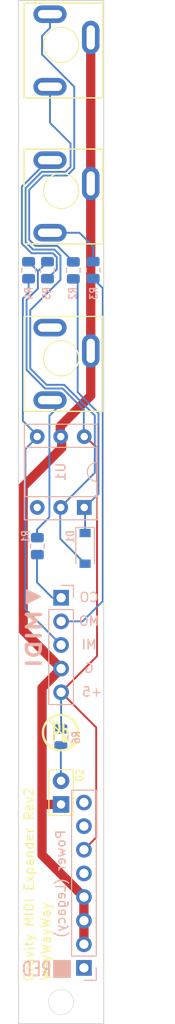
<source format=kicad_pcb>
(kicad_pcb (version 20221018) (generator pcbnew)
  (layers (0 "F.Cu" signal) (31 "B.Cu" signal) (34 "B.Paste" user) (35 "F.Paste" user) (36 "B.SilkS" user "B.Silkscreen") (37 "F.SilkS" user "F.Silkscreen") (38 "B.Mask" user) (39 "F.Mask" user) (44 "Edge.Cuts" user))
  (net 0 "")
  (net 1 "Net-(D1-K)")
  (net 2 "Net-(D1-A)")
  (net 3 "GND")
  (net 4 "Net-(D2-A)")
  (net 5 "Net-(J1-PadR)")
  (net 6 "24ppqn OUT")
  (net 7 "Serial Out")
  (net 8 "Serial In")
  (net 9 "+5V")
  (net 10 "Net-(J1-PadT)")
  (net 11 "Net-(J2-PadR)")
  (net 13 "Net-(J3-PadT)")
  (footprint "gtoe:FlatTopLed" (layer "F.Cu") (at 64.595 124.155 90)
    (fp_text reference "D2" (at 1.869 2.009 90) (layer "F.SilkS") (effects (font (size 0.8 0.7) (thickness 0.15) bold)))
    (fp_text value "LED" hide)
    (fp_line (start -2.46 -1.31) (end -2.46 1.31) (stroke (width 0.12)) (layer "F.SilkS"))
    (fp_line (start -2.46 -1.31) (end 2.46 -1.31) (stroke (width 0.12)) (layer "F.SilkS"))
    (fp_line (start -2.46 1.31) (end 2.46 1.31) (stroke (width 0.12)) (layer "F.SilkS"))
    (fp_line (start -2.34 -1.31) (end -2.34 -1.08) (stroke (width 0.12)) (layer "F.SilkS"))
    (fp_line (start -2.34 1.08) (end -2.34 1.31) (stroke (width 0.12)) (layer "F.SilkS"))
    (fp_line (start -2.22 -1.31) (end -2.22 -1.08) (stroke (width 0.12)) (layer "F.SilkS"))
    (fp_line (start -2.22 1.08) (end -2.22 1.31) (stroke (width 0.12)) (layer "F.SilkS"))
    (fp_line (start 2.46 -1.31) (end 2.46 1.31) (stroke (width 0.12)) (layer "F.SilkS"))
    (pad "1" thru_hole rect (at -1.27 0 90) (size 1.8 1.8) (drill 0.9) (layers "*.Cu" "*.Mask") (net 3 "GND"))
    (pad "2" thru_hole circle (at 1.27 0 90) (size 1.8 1.8) (drill 0.9) (layers "*.Cu" "*.Mask") (net 4 "Net-(D2-A)"))
  )
  (footprint "SitkaLib:PJ301CM" (layer "F.Cu") (at 64.6 43.75)
    (fp_text reference "J2" hide)
    (fp_text value "MIDI IN")
    (fp_line (start -4 -4.5) (end -4 5.7) (stroke (width 0.15)) (layer "F.SilkS"))
    (fp_line (start -4 -4.5) (end 4.5 -4.5) (stroke (width 0.15)) (layer "F.SilkS"))
    (fp_line (start -4 5.7) (end 4.5 5.7) (stroke (width 0.15)) (layer "F.SilkS"))
    (fp_line (start 4.5 -4.5) (end 4.5 5.7) (stroke (width 0.15)) (layer "F.SilkS"))
    (fp_circle (center 0 0) (end 1.9 0) (stroke (width 0.12)) (fill none) (layer "F.SilkS"))
    (pad "R" thru_hole oval (at -1.2 -3.3) (size 3.6 1.9) (drill oval 2.6 0.9) (layers "*.Cu" "*.Mask") (net 11 "Net-(J2-PadR)"))
    (pad "S" thru_hole oval (at 3.2 -0.8) (size 1.9 3.6) (drill oval 0.9 2.6) (layers "*.Cu" "*.Mask") (net 3 "GND"))
    (pad "T" thru_hole oval (at -1.2 4.5) (size 3.6 1.9) (drill oval 2.6 0.9) (layers "*.Cu" "*.Mask") (net 2 "Net-(D1-A)"))
  )
  (footprint "SitkaLib:PJ301CM" (layer "F.Cu") (at 64.6 77.45)
    (fp_text reference "J3" hide)
    (fp_text value "PPQN Out")
    (fp_line (start -4 -4.5) (end -4 5.7) (stroke (width 0.15)) (layer "F.SilkS"))
    (fp_line (start -4 -4.5) (end 4.5 -4.5) (stroke (width 0.15)) (layer "F.SilkS"))
    (fp_line (start -4 5.7) (end 4.5 5.7) (stroke (width 0.15)) (layer "F.SilkS"))
    (fp_line (start 4.5 -4.5) (end 4.5 5.7) (stroke (width 0.15)) (layer "F.SilkS"))
    (fp_circle (center 0 0) (end 1.9 0) (stroke (width 0.12)) (fill none) (layer "F.SilkS"))
    (pad "R" thru_hole oval (at -1.2 -3.3) (size 3.6 1.9) (drill oval 2.6 0.9) (layers "*.Cu" "*.Mask"))
    (pad "S" thru_hole oval (at 3.2 -0.8) (size 1.9 3.6) (drill oval 0.9 2.6) (layers "*.Cu" "*.Mask") (net 3 "GND"))
    (pad "T" thru_hole oval (at -1.2 4.5) (size 3.6 1.9) (drill oval 2.6 0.9) (layers "*.Cu" "*.Mask") (net 13 "Net-(J3-PadT)"))
  )
  (footprint "SitkaLib:PJ301CM" (layer "F.Cu") (at 64.6 59.45)
    (fp_text reference "J1" hide)
    (fp_text value "MIDI Out")
    (fp_line (start -4 -4.5) (end -4 5.7) (stroke (width 0.15)) (layer "F.SilkS"))
    (fp_line (start -4 -4.5) (end 4.5 -4.5) (stroke (width 0.15)) (layer "F.SilkS"))
    (fp_line (start -4 5.7) (end 4.5 5.7) (stroke (width 0.15)) (layer "F.SilkS"))
    (fp_line (start 4.5 -4.5) (end 4.5 5.7) (stroke (width 0.15)) (layer "F.SilkS"))
    (fp_circle (center 0 0) (end 1.9 0) (stroke (width 0.12)) (fill none) (layer "F.SilkS"))
    (pad "R" thru_hole oval (at -1.2 -3.3) (size 3.6 1.9) (drill oval 2.6 0.9) (layers "*.Cu" "*.Mask") (net 5 "Net-(J1-PadR)"))
    (pad "S" thru_hole oval (at 3.2 -0.8) (size 1.9 3.6) (drill oval 0.9 2.6) (layers "*.Cu" "*.Mask") (net 3 "GND"))
    (pad "T" thru_hole oval (at -1.2 4.5) (size 3.6 1.9) (drill oval 2.6 0.9) (layers "*.Cu" "*.Mask") (net 10 "Net-(J1-PadT)"))
  )
  (footprint "Resistor_SMD:R_0805_2012Metric" (layer "B.Cu") (at 65.92 67.9975 -90)
    (fp_text reference "R2" (at 2.4725 0.078 90) (layer "B.SilkS") (effects (font (size 0.8 0.7)) (justify mirror)))
    (fp_text value "R220" hide)
    (fp_line (start -0.227064 -0.735) (end 0.227064 -0.735) (stroke (width 0.12)) (layer "B.SilkS"))
    (fp_line (start -0.227064 0.735) (end 0.227064 0.735) (stroke (width 0.12)) (layer "B.SilkS"))
    (pad "1" smd roundrect (at -0.9125 0 270) (size 1.025 1.4) (layers "B.Cu" "B.Paste" "B.Mask") (roundrect_rratio 0.243902439) (net 11 "Net-(J2-PadR)"))
    (pad "2" smd roundrect (at 0.9125 0 270) (size 1.025 1.4) (layers "B.Cu" "B.Paste" "B.Mask") (roundrect_rratio 0.243902439) (net 1 "Net-(D1-K)"))
  )
  (footprint "Package_DIP:DIP-6_W7.62mm_Socket" (layer "B.Cu") (at 67.1 93.49 90)
    (fp_text reference "U1" (at 3.81 -2.528 90) (layer "B.SilkS") (effects (justify mirror)))
    (fp_text value "H11L1" hide)
    (fp_line (start -1.33 -6.47) (end 8.95 -6.47) (stroke (width 0.12)) (layer "B.SilkS"))
    (fp_line (start -1.33 1.39) (end -1.33 -6.47) (stroke (width 0.12)) (layer "B.SilkS"))
    (fp_line (start 1.16 -6.41) (end 6.46 -6.41) (stroke (width 0.12)) (layer "B.SilkS"))
    (fp_line (start 1.16 1.33) (end 1.16 -6.41) (stroke (width 0.12)) (layer "B.SilkS"))
    (fp_line (start 2.81 1.33) (end 1.16 1.33) (stroke (width 0.12)) (layer "B.SilkS"))
    (fp_line (start 6.46 -6.41) (end 6.46 1.33) (stroke (width 0.12)) (layer "B.SilkS"))
    (fp_line (start 6.46 1.33) (end 4.81 1.33) (stroke (width 0.12)) (layer "B.SilkS"))
    (fp_line (start 8.95 -6.47) (end 8.95 1.39) (stroke (width 0.12)) (layer "B.SilkS"))
    (fp_line (start 8.95 1.39) (end -1.33 1.39) (stroke (width 0.12)) (layer "B.SilkS"))
    (fp_arc (start 2.81 1.33) (mid 3.81 0.33) (end 4.81 1.33) (stroke (width 0.12)) (layer "B.SilkS"))
    (pad "1" thru_hole rect (at 0 0 90) (size 1.6 1.6) (drill 0.8) (layers "*.Cu" "*.Mask") (net 1 "Net-(D1-K)"))
    (pad "2" thru_hole oval (at 0 -2.54 90) (size 1.6 1.6) (drill 0.8) (layers "*.Cu" "*.Mask") (net 2 "Net-(D1-A)"))
    (pad "3" thru_hole oval (at 0 -5.08 90) (size 1.6 1.6) (drill 0.8) (layers "*.Cu" "*.Mask"))
    (pad "4" thru_hole oval (at 7.62 -5.08 90) (size 1.6 1.6) (drill 0.8) (layers "*.Cu" "*.Mask") (net 8 "Serial In"))
    (pad "5" thru_hole oval (at 7.62 -2.54 90) (size 1.6 1.6) (drill 0.8) (layers "*.Cu" "*.Mask") (net 3 "GND"))
    (pad "6" thru_hole oval (at 7.62 0 90) (size 1.6 1.6) (drill 0.8) (layers "*.Cu" "*.Mask") (net 9 "+5V"))
  )
  (footprint "Resistor_SMD:R_0805_2012Metric" (layer "B.Cu") (at 68.06 67.9675 -90)
    (fp_text reference "R3" (at 2.5025 -0.068 90) (layer "B.SilkS") (effects (font (size 0.8 0.7)) (justify mirror)))
    (fp_text value "R220" hide)
    (fp_line (start -0.227064 -0.735) (end 0.227064 -0.735) (stroke (width 0.12)) (layer "B.SilkS"))
    (fp_line (start -0.227064 0.735) (end 0.227064 0.735) (stroke (width 0.12)) (layer "B.SilkS"))
    (pad "1" smd roundrect (at -0.9125 0 270) (size 1.025 1.4) (layers "B.Cu" "B.Paste" "B.Mask") (roundrect_rratio 0.243902439) (net 10 "Net-(J1-PadT)"))
    (pad "2" smd roundrect (at 0.9125 0 270) (size 1.025 1.4) (layers "B.Cu" "B.Paste" "B.Mask") (roundrect_rratio 0.243902439) (net 7 "Serial Out"))
  )
  (footprint "Resistor_SMD:R_0805_2012Metric" (layer "B.Cu") (at 64.572 118.222 90)
    (fp_text reference "R6" (at 0 1.65 90) (layer "B.SilkS") (effects (font (size 0.8 0.7)) (justify mirror)))
    (fp_text value "1K" hide)
    (fp_line (start -0.227064 -0.735) (end 0.227064 -0.735) (stroke (width 0.12)) (layer "B.SilkS"))
    (fp_line (start -0.227064 0.735) (end 0.227064 0.735) (stroke (width 0.12)) (layer "B.SilkS"))
    (pad "1" smd roundrect (at -0.9125 0 90) (size 1.025 1.4) (layers "B.Cu" "B.Paste" "B.Mask") (roundrect_rratio 0.243902439) (net 4 "Net-(D2-A)"))
    (pad "2" smd roundrect (at 0.9125 0 90) (size 1.025 1.4) (layers "B.Cu" "B.Paste" "B.Mask") (roundrect_rratio 0.243902439) (net 9 "+5V"))
  )
  (footprint "Resistor_SMD:R_0805_2012Metric" (layer "B.Cu") (at 62.032 97.648 -90)
    (fp_text reference "R1" (at -1.016 1.27 90) (layer "B.SilkS") (effects (font (size 0.8 0.7)) (justify mirror)))
    (fp_text value "1K" hide)
    (fp_line (start -0.227064 -0.735) (end 0.227064 -0.735) (stroke (width 0.12)) (layer "B.SilkS"))
    (fp_line (start -0.227064 0.735) (end 0.227064 0.735) (stroke (width 0.12)) (layer "B.SilkS"))
    (pad "1" smd roundrect (at -0.9125 0 270) (size 1.025 1.4) (layers "B.Cu" "B.Paste" "B.Mask") (roundrect_rratio 0.243902439) (net 13 "Net-(J3-PadT)"))
    (pad "2" smd roundrect (at 0.9125 0 270) (size 1.025 1.4) (layers "B.Cu" "B.Paste" "B.Mask") (roundrect_rratio 0.243902439) (net 6 "24ppqn OUT"))
  )
  (footprint "Resistor_SMD:R_0805_2012Metric" (layer "B.Cu") (at 61.09 67.98 90)
    (fp_text reference "R4" (at -2.49 0.01 90) (layer "B.SilkS") (effects (font (size 0.8 0.7)) (justify mirror)))
    (fp_text value "R220" hide)
    (fp_line (start -0.227064 -0.735) (end 0.227064 -0.735) (stroke (width 0.12)) (layer "B.SilkS"))
    (fp_line (start -0.227064 0.735) (end 0.227064 0.735) (stroke (width 0.12)) (layer "B.SilkS"))
    (pad "1" smd roundrect (at -0.9125 0 90) (size 1.025 1.4) (layers "B.Cu" "B.Paste" "B.Mask") (roundrect_rratio 0.243902439) (net 8 "Serial In"))
    (pad "2" smd roundrect (at 0.9125 0 90) (size 1.025 1.4) (layers "B.Cu" "B.Paste" "B.Mask") (roundrect_rratio 0.243902439) (net 9 "+5V"))
  )
  (footprint "Connector_PinSocket_2.54mm:PinSocket_1x08_P2.54mm_Vertical" (layer "B.Cu") (at 67.065 143)
    (fp_text reference "Power (Legacy)" (at -2.493 -9.03 270) (layer "B.SilkS") (effects (justify mirror)))
    (fp_text value "Alt Power")
    (fp_line (start -1.33 -19.11) (end 1.33 -19.11) (stroke (width 0.12)) (layer "B.SilkS"))
    (fp_line (start -1.33 -1.27) (end -1.33 -19.11) (stroke (width 0.12)) (layer "B.SilkS"))
    (fp_line (start -1.33 -1.27) (end 1.33 -1.27) (stroke (width 0.12)) (layer "B.SilkS"))
    (fp_line (start 0 1.33) (end 1.33 1.33) (stroke (width 0.12)) (layer "B.SilkS"))
    (fp_line (start 1.33 -1.27) (end 1.33 -19.11) (stroke (width 0.12)) (layer "B.SilkS"))
    (fp_line (start 1.33 1.33) (end 1.33 0) (stroke (width 0.12)) (layer "B.SilkS"))
    (pad "1" thru_hole rect (at 0 0) (size 1.7 1.7) (drill 1) (layers "*.Cu" "*.Mask"))
    (pad "2" thru_hole oval (at 0 -2.54) (size 1.7 1.7) (drill 1) (layers "*.Cu" "*.Mask") (net 3 "GND"))
    (pad "3" thru_hole oval (at 0 -5.08) (size 1.7 1.7) (drill 1) (layers "*.Cu" "*.Mask") (net 3 "GND"))
    (pad "4" thru_hole oval (at 0 -7.62) (size 1.7 1.7) (drill 1) (layers "*.Cu" "*.Mask") (net 3 "GND"))
    (pad "5" thru_hole oval (at 0 -10.16) (size 1.7 1.7) (drill 1) (layers "*.Cu" "*.Mask"))
    (pad "6" thru_hole oval (at 0 -12.7) (size 1.7 1.7) (drill 1) (layers "*.Cu" "*.Mask") (net 9 "+5V"))
    (pad "7" thru_hole oval (at 0 -15.24) (size 1.7 1.7) (drill 1) (layers "*.Cu" "*.Mask"))
    (pad "8" thru_hole oval (at 0 -17.78) (size 1.7 1.7) (drill 1) (layers "*.Cu" "*.Mask"))
  )
  (footprint "Resistor_SMD:R_0805_2012Metric" (layer "B.Cu") (at 63.13 67.9775 90)
    (fp_text reference "R5" (at -2.4925 -0.082 90) (layer "B.SilkS") (effects (font (size 0.8 0.7)) (justify mirror)))
    (fp_text value "R220" hide)
    (fp_line (start -0.227064 -0.735) (end 0.227064 -0.735) (stroke (width 0.12)) (layer "B.SilkS"))
    (fp_line (start -0.227064 0.735) (end 0.227064 0.735) (stroke (width 0.12)) (layer "B.SilkS"))
    (pad "1" smd roundrect (at -0.9125 0 90) (size 1.025 1.4) (layers "B.Cu" "B.Paste" "B.Mask") (roundrect_rratio 0.243902439) (net 5 "Net-(J1-PadR)"))
    (pad "2" smd roundrect (at 0.9125 0 90) (size 1.025 1.4) (layers "B.Cu" "B.Paste" "B.Mask") (roundrect_rratio 0.243902439) (net 9 "+5V"))
  )
  (footprint "Connector_PinHeader_2.54mm:PinHeader_1x05_P2.54mm_Vertical" (layer "B.Cu") (at 64.6 103.2 180)
    (fp_text reference "MIDI" (at 2.92 -4.41 90) (layer "B.SilkS") (effects (font (size 1.5 2) (thickness 0.375) bold) (justify mirror)))
    (fp_text value "Conn_01x05" hide)
    (fp_line (start -1.33 -11.49) (end 1.33 -11.49) (stroke (width 0.12)) (layer "B.SilkS"))
    (fp_line (start -1.33 -1.27) (end -1.33 -11.49) (stroke (width 0.12)) (layer "B.SilkS"))
    (fp_line (start -1.33 -1.27) (end 1.33 -1.27) (stroke (width 0.12)) (layer "B.SilkS"))
    (fp_line (start -1.33 0) (end -1.33 1.33) (stroke (width 0.12)) (layer "B.SilkS"))
    (fp_line (start -1.33 1.33) (end 0 1.33) (stroke (width 0.12)) (layer "B.SilkS"))
    (fp_line (start 1.33 -1.27) (end 1.33 -11.49) (stroke (width 0.12)) (layer "B.SilkS"))
    (pad "1" thru_hole rect (at 0 0 180) (size 1.7 1.7) (drill 1) (layers "*.Cu" "*.Mask") (net 6 "24ppqn OUT"))
    (pad "2" thru_hole oval (at 0 -2.54 180) (size 1.7 1.7) (drill 1) (layers "*.Cu" "*.Mask") (net 7 "Serial Out"))
    (pad "3" thru_hole oval (at 0 -5.08 180) (size 1.7 1.7) (drill 1) (layers "*.Cu" "*.Mask") (net 8 "Serial In"))
    (pad "4" thru_hole oval (at 0 -7.62 180) (size 1.7 1.7) (drill 1) (layers "*.Cu" "*.Mask") (net 3 "GND"))
    (pad "5" thru_hole oval (at 0 -10.16 180) (size 1.7 1.7) (drill 1) (layers "*.Cu" "*.Mask") (net 9 "+5V"))
  )
  (footprint "Diode_SMD:D_SOD-123" (layer "B.Cu") (at 67.19 97.89 -90)
    (fp_text reference "D1" (at -1.258 1.602 90) (layer "B.SilkS") (effects (font (size 0.8 0.7)) (justify mirror)))
    (fp_text value "1N4148" hide)
    (fp_line (start -2.25 -1) (end 1.65 -1) (stroke (width 0.12)) (layer "B.SilkS"))
    (fp_line (start -2.25 1) (end -2.25 -1) (stroke (width 0.12)) (layer "B.SilkS"))
    (fp_line (start -2.25 1) (end 1.65 1) (stroke (width 0.12)) (layer "B.SilkS"))
    (pad "1" smd rect (at -1.65 0 270) (size 0.9 1.2) (layers "B.Cu" "B.Paste" "B.Mask") (net 1 "Net-(D1-K)"))
    (pad "2" smd rect (at 1.65 0 270) (size 0.9 1.2) (layers "B.Cu" "B.Paste" "B.Mask") (net 2 "Net-(D1-A)"))
  )
  (gr_poly (pts (xy 60.863645 102.361217) (xy 60.863645 103.831217) (xy 62.39 103.08) (xy 60.87 102.36)) (stroke (width 0.15)) (fill solid) (layer "B.SilkS"))
  (gr_rect (start 63.81 142.225) (end 65.588 144.003) (stroke (width 0.15)) (fill solid) (layer "B.SilkS"))
  (gr_circle (center 64.54 117.705) (end 66.440421 117.705) (stroke (width 0.25)) (fill none) (layer "F.SilkS"))
  (gr_line (start 63.25 116.345) (end 65.87 119.055) (stroke (width 0.15)) (layer "F.SilkS"))
  (gr_circle (center 64.6 146.68) (end 65.95 146.68) (stroke (width 0.05)) (fill none) (layer "Edge.Cuts"))
  (gr_rect (start 60 38.974) (end 69.2 149) (stroke (width 0.1)) (fill none) (layer "Edge.Cuts"))
  (gr_text "MO" (at 67.62 106.284) (layer "B.SilkS") (effects (font (size 1 1)) (justify bottom mirror)))
  (gr_text "RED" (at 63.683 144.003) (layer "B.SilkS") (effects (font (size 1.5 1.1) (thickness 0.2) bold) (justify left bottom mirror)))
  (gr_text "MI" (at 67.62 108.824) (layer "B.SilkS") (effects (font (size 1 1)) (justify bottom mirror)))
  (gr_text "G" (at 67.62 111.364) (layer "B.SilkS") (effects (font (size 1 1)) (justify bottom mirror)))
  (gr_text "CO" (at 67.62 103.744) (layer "B.SilkS") (effects (font (size 1 1)) (justify bottom mirror)))
  (gr_text "+5" (at 69.144 113.904) (layer "B.SilkS") (effects (font (size 1 1)) (justify left bottom mirror)))
  (gr_text "Gravity MIDI Expander Rev2" (at 61.15 134.03 90) (layer "F.SilkS") (effects (font (size 1 1))))
  (gr_text "WayWayWay" (at 62.97 140.15 90) (layer "F.SilkS") (effects (font (size 1 1))))
  (gr_text "Pb" (at 63.44 118.905) (layer "F.SilkS") (effects (font (size 2 1) (thickness 0.25) bold) (justify left bottom)))
  (segment (start 67.19 93.46) (end 68.636 92.014) (width 0.2) (layer "B.Cu") (net 1))
  (segment (start 68.636 92.014) (end 68.636 83.344226) (width 0.2) (layer "B.Cu") (net 1))
  (segment (start 66.388 81.096226) (end 66.388 69.378) (width 0.2) (layer "B.Cu") (net 1))
  (segment (start 66.388 69.378) (end 65.92 68.91) (width 0.2) (layer "B.Cu") (net 1))
  (segment (start 66.5175 68.91) (end 65.92 68.91) (width 0.2) (layer "B.Cu") (net 1))
  (segment (start 67.19 96.24) (end 67.19 93.46) (width 0.2) (layer "B.Cu") (net 1))
  (segment (start 68.636 83.344226) (end 66.388 81.096226) (width 0.2) (layer "B.Cu") (net 1))
  (segment (start 64.53 66.408997) (end 63.881002 65.76) (width 0.2) (layer "B.Cu") (net 2))
  (segment (start 65.08 57.4) (end 65.62 56.86) (width 0.2) (layer "B.Cu") (net 2))
  (segment (start 67.19 99.54) (end 64.51 96.86) (width 0.2) (layer "B.Cu") (net 2))
  (segment (start 65.62 56.86) (end 65.62 54.35) (width 0.2) (layer "B.Cu") (net 2))
  (segment (start 64.53 69.017244) (end 64.53 66.408997) (width 0.2) (layer "B.Cu") (net 2))
  (segment (start 64.51 96.86) (end 64.51 93.6) (width 0.2) (layer "B.Cu") (net 2))
  (segment (start 60.76 64.944314) (end 60.76 59.165686) (width 0.2) (layer "B.Cu") (net 2))
  (segment (start 68.236 89.764) (end 68.236 83.602548) (width 0.2) (layer "B.Cu") (net 2))
  (segment (start 63.4 52.13) (end 63.4 48.25) (width 0.2) (layer "B.Cu") (net 2))
  (segment (start 64.51 93.49) (end 68.236 89.764) (width 0.2) (layer "B.Cu") (net 2))
  (segment (start 64.933452 80.3) (end 63.029686 80.3) (width 0.2) (layer "B.Cu") (net 2))
  (segment (start 65.62 54.35) (end 63.4 52.13) (width 0.2) (layer "B.Cu") (net 2))
  (segment (start 60.76 59.165686) (end 62.525686 57.4) (width 0.2) (layer "B.Cu") (net 2))
  (segment (start 63.881002 65.76) (end 61.575686 65.76) (width 0.2) (layer "B.Cu") (net 2))
  (segment (start 61.575686 65.76) (end 60.76 64.944314) (width 0.2) (layer "B.Cu") (net 2))
  (segment (start 62.525686 57.4) (end 65.08 57.4) (width 0.2) (layer "B.Cu") (net 2))
  (segment (start 61.27 72.277244) (end 64.53 69.017244) (width 0.2) (layer "B.Cu") (net 2))
  (segment (start 63.029686 80.3) (end 61.27 78.540314) (width 0.2) (layer "B.Cu") (net 2))
  (segment (start 61.27 78.540314) (end 61.27 72.277244) (width 0.2) (layer "B.Cu") (net 2))
  (segment (start 68.236 83.602548) (end 64.933452 80.3) (width 0.2) (layer "B.Cu") (net 2))
  (segment (start 62.54 112.88) (end 64.6 110.82) (width 1) (layer "F.Cu") (net 3))
  (segment (start 67.065 140.46) (end 67.065 137.92) (width 1) (layer "F.Cu") (net 3))
  (segment (start 62.631 125.425) (end 62.54 125.334) (width 1) (layer "F.Cu") (net 3))
  (segment (start 62.54 130.855) (end 62.54 130.16) (width 1) (layer "F.Cu") (net 3))
  (segment (start 67.8 58.65) (end 67.8 76.65) (width 1) (layer "F.Cu") (net 3))
  (segment (start 64.595 125.425) (end 62.631 125.425) (width 1) (layer "F.Cu") (net 3))
  (segment (start 67.065 135.38) (end 62.54 130.855) (width 1) (layer "F.Cu") (net 3))
  (segment (start 64.51 84.756) (end 64.51 85.87) (width 1) (layer "F.Cu") (net 3))
  (segment (start 60.5 106.72) (end 60.5 91.25) (width 1) (layer "F.Cu") (net 3))
  (segment (start 67.8 76.65) (end 67.8 81.466) (width 1) (layer "F.Cu") (net 3))
  (segment (start 62.54 125.334) (end 62.54 112.88) (width 1) (layer "F.Cu") (net 3))
  (segment (start 64.6 110.82) (end 60.5 106.72) (width 1) (layer "F.Cu") (net 3))
  (segment (start 67.8 81.466) (end 64.51 84.756) (width 1) (layer "F.Cu") (net 3))
  (segment (start 60.5 91.25) (end 64.66 87.09) (width 1) (layer "F.Cu") (net 3))
  (segment (start 67.065 137.92) (end 67.065 135.38) (width 1) (layer "F.Cu") (net 3))
  (segment (start 64.66 87.09) (end 64.66 85.83) (width 1) (layer "F.Cu") (net 3))
  (segment (start 62.54 130.16) (end 62.54 125.334) (width 1) (layer "F.Cu") (net 3))
  (segment (start 67.8 58.65) (end 67.8 42.95) (width 1) (layer "F.Cu") (net 3))
  (segment (start 64.572 122.862) (end 64.595 122.885) (width 0.2) (layer "B.Cu") (net 4))
  (segment (start 64.572 119.1345) (end 64.572 122.862) (width 0.2) (layer "B.Cu") (net 4))
  (segment (start 63.715317 66.16) (end 61.41 66.16) (width 0.2) (layer "B.Cu") (net 5))
  (segment (start 60.36 59) (end 63.21 56.15) (width 0.2) (layer "B.Cu") (net 5))
  (segment (start 63.13 68.89) (end 64.13 67.89) (width 0.2) (layer "B.Cu") (net 5))
  (segment (start 61.41 66.16) (end 60.36 65.11) (width 0.2) (layer "B.Cu") (net 5))
  (segment (start 60.36 65.11) (end 60.36 59) (width 0.2) (layer "B.Cu") (net 5))
  (segment (start 64.13 66.574683) (end 63.715317 66.16) (width 0.2) (layer "B.Cu") (net 5))
  (segment (start 64.13 67.89) (end 64.13 66.574683) (width 0.2) (layer "B.Cu") (net 5))
  (segment (start 63.21 56.15) (end 63.4 56.15) (width 0.2) (layer "B.Cu") (net 5))
  (segment (start 64.6 103.2) (end 63.65 103.2) (width 0.2) (layer "B.Cu") (net 6))
  (segment (start 63.65 103.2) (end 62 101.55) (width 0.2) (layer "B.Cu") (net 6))
  (segment (start 62 101.55) (end 62 98.75) (width 0.2) (layer "B.Cu") (net 6))
  (segment (start 66.92 105.74) (end 64.6 105.74) (width 0.2) (layer "B.Cu") (net 7))
  (segment (start 69.1 69.92) (end 69.1 103.56) (width 0.2) (layer "B.Cu") (net 7))
  (segment (start 69.1 103.56) (end 66.92 105.74) (width 0.2) (layer "B.Cu") (net 7))
  (segment (start 68.06 68.88) (end 69.1 69.92) (width 0.2) (layer "B.Cu") (net 7))
  (segment (start 64.6 108.28) (end 60.74 104.42) (width 0.2) (layer "B.Cu") (net 8))
  (segment (start 60.47 84.18) (end 60.47 71.016) (width 0.2) (layer "B.Cu") (net 8))
  (segment (start 62.12 85.83) (end 60.47 84.18) (width 0.2) (layer "B.Cu") (net 8))
  (segment (start 60.74 104.42) (end 60.74 87.21) (width 0.2) (layer "B.Cu") (net 8))
  (segment (start 61.09 70.396) (end 61.09 68.8925) (width 0.2) (layer "B.Cu") (net 8))
  (segment (start 60.74 87.21) (end 62.12 85.83) (width 0.2) (layer "B.Cu") (net 8))
  (segment (start 60.47 71.016) (end 61.09 70.396) (width 0.2) (layer "B.Cu") (net 8))
  (segment (start 68.39 128.636) (end 68.39 117.15) (width 0.2) (layer "F.Cu") (net 9))
  (segment (start 68.39 117.15) (end 64.6 113.36) (width 0.2) (layer "F.Cu") (net 9))
  (segment (start 64.6 113.36) (end 68.48 109.48) (width 0.2) (layer "F.Cu") (net 9))
  (segment (start 68.39 128.975) (end 68.39 128.636) (width 0.2) (layer "F.Cu") (net 9))
  (segment (start 68.48 87.11) (end 67.2 85.83) (width 0.2) (layer "F.Cu") (net 9))
  (segment (start 68.48 109.48) (end 68.48 87.11) (width 0.2) (layer "F.Cu") (net 9))
  (segment (start 67.065 130.3) (end 68.39 128.975) (width 0.2) (layer "F.Cu") (net 9))
  (segment (start 64.6 113.36) (end 64.6 117.2815) (width 0.2) (layer "B.Cu") (net 9))
  (segment (start 62.09 68.105) (end 62.09 68.0675) (width 0.2) (layer "B.Cu") (net 9))
  (segment (start 60.87 71.181686) (end 62.09 69.961686) (width 0.2) (layer "B.Cu") (net 9))
  (segment (start 62.09 69.961686) (end 62.09 68.105) (width 0.2) (layer "B.Cu") (net 9))
  (segment (start 67.05 85.87) (end 67.05 82.982233) (width 0.2) (layer "B.Cu") (net 9))
  (segment (start 64.6 117.2815) (end 64.572 117.3095) (width 0.2) (layer "B.Cu") (net 9))
  (segment (start 62.864 80.7) (end 60.87 78.705999) (width 0.2) (layer "B.Cu") (net 9))
  (segment (start 62.09 68.0675) (end 61.09 67.0675) (width 0.2) (layer "B.Cu") (net 9))
  (segment (start 64.767767 80.7) (end 62.864 80.7) (width 0.2) (layer "B.Cu") (net 9))
  (segment (start 62.09 68.105) (end 63.13 67.065) (width 0.2) (layer "B.Cu") (net 9))
  (segment (start 67.05 82.982233) (end 64.767767 80.7) (width 0.2) (layer "B.Cu") (net 9))
  (segment (start 60.87 78.705999) (end 60.87 71.181686) (width 0.2) (layer "B.Cu") (net 9))
  (segment (start 66.56 63.95) (end 63.4 63.95) (width 0.2) (layer "B.Cu") (net 10))
  (segment (start 68.06 65.43) (end 66.57 63.94) (width 0.2) (layer "B.Cu") (net 10))
  (segment (start 66.57 63.94) (end 66.56 63.95) (width 0.2) (layer "B.Cu") (net 10))
  (segment (start 68.06 67.055) (end 68.06 65.43) (width 0.2) (layer "B.Cu") (net 10))
  (segment (start 61.16 64.7) (end 61.16 59.331372) (width 0.2) (layer "B.Cu") (net 11))
  (segment (start 66.02 48.252232) (end 62.54 44.772232) (width 0.2) (layer "B.Cu") (net 11))
  (segment (start 63.4 41.924) (end 63.4 40.45) (width 0.2) (layer "B.Cu") (net 11))
  (segment (start 65.92 67.085) (end 64.195 65.36) (width 0.2) (layer "B.Cu") (net 11))
  (segment (start 61.82 65.36) (end 61.16 64.7) (width 0.2) (layer "B.Cu") (net 11))
  (segment (start 62.54 42.784) (end 63.4 41.924) (width 0.2) (layer "B.Cu") (net 11))
  (segment (start 66.02 57.025685) (end 66.02 48.252232) (width 0.2) (layer "B.Cu") (net 11))
  (segment (start 62.54 44.772232) (end 62.54 42.784) (width 0.2) (layer "B.Cu") (net 11))
  (segment (start 65.245686 57.8) (end 66.02 57.025685) (width 0.2) (layer "B.Cu") (net 11))
  (segment (start 61.16 59.331372) (end 62.691372 57.8) (width 0.2) (layer "B.Cu") (net 11))
  (segment (start 64.195 65.36) (end 61.82 65.36) (width 0.2) (layer "B.Cu") (net 11))
  (segment (start 62.691372 57.8) (end 65.245686 57.8) (width 0.2) (layer "B.Cu") (net 11))
  (segment (start 63.34 94.52) (end 63.34 83.63) (width 0.2) (layer "B.Cu") (net 13))
  (segment (start 63.34 83.63) (end 64.6 82.37) (width 0.2) (layer "B.Cu") (net 13))
  (segment (start 62 95.86) (end 63.34 94.52) (width 0.2) (layer "B.Cu") (net 13))
  (segment (start 62 96.925) (end 62 95.86) (width 0.2) (layer "B.Cu") (net 13))
)
</source>
